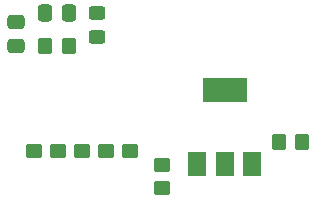
<source format=gbr>
%TF.GenerationSoftware,KiCad,Pcbnew,8.0.1*%
%TF.CreationDate,2025-04-21T12:55:39-06:00*%
%TF.ProjectId,Project,50726f6a-6563-4742-9e6b-696361645f70,A*%
%TF.SameCoordinates,Original*%
%TF.FileFunction,Paste,Bot*%
%TF.FilePolarity,Positive*%
%FSLAX46Y46*%
G04 Gerber Fmt 4.6, Leading zero omitted, Abs format (unit mm)*
G04 Created by KiCad (PCBNEW 8.0.1) date 2025-04-21 12:55:39*
%MOMM*%
%LPD*%
G01*
G04 APERTURE LIST*
G04 Aperture macros list*
%AMRoundRect*
0 Rectangle with rounded corners*
0 $1 Rounding radius*
0 $2 $3 $4 $5 $6 $7 $8 $9 X,Y pos of 4 corners*
0 Add a 4 corners polygon primitive as box body*
4,1,4,$2,$3,$4,$5,$6,$7,$8,$9,$2,$3,0*
0 Add four circle primitives for the rounded corners*
1,1,$1+$1,$2,$3*
1,1,$1+$1,$4,$5*
1,1,$1+$1,$6,$7*
1,1,$1+$1,$8,$9*
0 Add four rect primitives between the rounded corners*
20,1,$1+$1,$2,$3,$4,$5,0*
20,1,$1+$1,$4,$5,$6,$7,0*
20,1,$1+$1,$6,$7,$8,$9,0*
20,1,$1+$1,$8,$9,$2,$3,0*%
G04 Aperture macros list end*
%ADD10R,1.500000X2.000000*%
%ADD11R,3.800000X2.000000*%
%ADD12RoundRect,0.250000X0.337500X0.475000X-0.337500X0.475000X-0.337500X-0.475000X0.337500X-0.475000X0*%
%ADD13RoundRect,0.250000X0.450000X-0.325000X0.450000X0.325000X-0.450000X0.325000X-0.450000X-0.325000X0*%
%ADD14RoundRect,0.250000X-0.450000X0.350000X-0.450000X-0.350000X0.450000X-0.350000X0.450000X0.350000X0*%
%ADD15RoundRect,0.250000X-0.475000X0.337500X-0.475000X-0.337500X0.475000X-0.337500X0.475000X0.337500X0*%
%ADD16RoundRect,0.250000X-0.350000X-0.450000X0.350000X-0.450000X0.350000X0.450000X-0.350000X0.450000X0*%
%ADD17RoundRect,0.250000X0.450000X-0.350000X0.450000X0.350000X-0.450000X0.350000X-0.450000X-0.350000X0*%
%ADD18RoundRect,0.250000X0.350000X0.450000X-0.350000X0.450000X-0.350000X-0.450000X0.350000X-0.450000X0*%
G04 APERTURE END LIST*
D10*
%TO.C,Q1*%
X154872300Y-74071100D03*
X152572300Y-74071100D03*
D11*
X152572300Y-67771100D03*
D10*
X150272300Y-74071100D03*
%TD*%
D12*
%TO.C,C5*%
X139414800Y-61271000D03*
X137339800Y-61271000D03*
%TD*%
D13*
%TO.C,D4*%
X141784800Y-63303000D03*
X141784800Y-61253000D03*
%TD*%
D14*
%TO.C,R12*%
X147238300Y-74087100D03*
X147238300Y-76087100D03*
%TD*%
D15*
%TO.C,C6*%
X134926800Y-61990000D03*
X134926800Y-64065000D03*
%TD*%
D16*
%TO.C,R9*%
X157144300Y-72166100D03*
X159144300Y-72166100D03*
%TD*%
D17*
%TO.C,R7*%
X142572200Y-72927200D03*
%TD*%
%TO.C,R5*%
X138508200Y-72927200D03*
%TD*%
%TO.C,R6*%
X140540200Y-72927200D03*
%TD*%
D18*
%TO.C,R3*%
X139371800Y-64065000D03*
X137371800Y-64065000D03*
%TD*%
D17*
%TO.C,R8*%
X144604200Y-72927200D03*
%TD*%
%TO.C,R4*%
X136476200Y-72927200D03*
%TD*%
M02*

</source>
